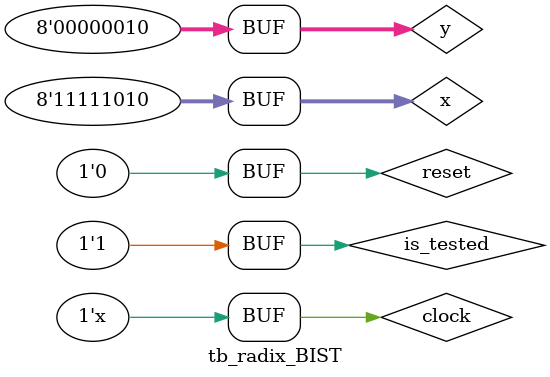
<source format=sv>
`timescale 1ns / 1ps


module tb_radix_BIST();
    reg clock, reset, start;
    reg [7:0] x, y;
    reg is_tested = 1'b1;
    wire ready;
    wire[15:0] result;
    
    radix_BIST instance_radix_BIST(is_tested, x, y, clock, start, reset, result, ready); //active_test, user_x, user_y, clk, user_start, user_reset, result, ready
    
    initial
    begin
       // is_tested = 1'b0;
        //#10 is_tested = 1'b1;
        //#11000 is_tested = 0;
        //#100 is_tested = 1'b1;
        //reset <= 0;
        //#10 reset <= 1;
        //#10 start <= 1;
       // #10 start <= 0;
        //#11000 reset<= 1;
        
    end
    
    initial
    begin
        clock = 1;
        reset = 1;
        x = 8'b11111010;
        y = 8'b00000010;
        #5000 reset <= 0;
        //#20 start <= 1;
        //#30 start <= 0;
        
        #16000 reset <= 1;
        #5000 reset<= 0;
        //#20 start<=1;
       // #30 start<=0;
        
        #16000 reset <= 1;
        #5000 reset<= 0;
      //  #20 start<=1;
      //  #30 start<=0;
        
        #16000 reset <= 1;
        #5000 reset<= 0;
      //  #20 start<=1;
      //  #30 start<=0;
        
        #16000 reset <= 1;
        #5000 reset<= 0;
      //  #20 start<=1;
     //   #30 start<=0;
     
        #16000 reset <= 1;
        #5000 reset<= 0;
       // #20 start<=1;
      //  #30 start<=0;
    end
    
    always
    begin
        #5 clock <= ~clock;
    end
    
    always @(posedge ready)
    begin
        $display("wynik: %d", $signed(result));
    end
endmodule

</source>
